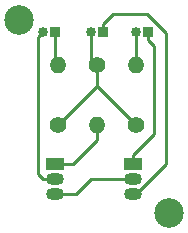
<source format=gtl>
G04 #@! TF.GenerationSoftware,KiCad,Pcbnew,(5.0.0)*
G04 #@! TF.CreationDate,2018-11-14T19:12:12+05:30*
G04 #@! TF.ProjectId,OPSUnit,4F5053556E69742E6B696361645F7063,rev?*
G04 #@! TF.SameCoordinates,Original*
G04 #@! TF.FileFunction,Copper,L1,Top,Signal*
G04 #@! TF.FilePolarity,Positive*
%FSLAX46Y46*%
G04 Gerber Fmt 4.6, Leading zero omitted, Abs format (unit mm)*
G04 Created by KiCad (PCBNEW (5.0.0)) date 11/14/18 19:12:12*
%MOMM*%
%LPD*%
G01*
G04 APERTURE LIST*
G04 #@! TA.AperFunction,ComponentPad*
%ADD10C,1.400000*%
G04 #@! TD*
G04 #@! TA.AperFunction,ComponentPad*
%ADD11O,1.400000X1.400000*%
G04 #@! TD*
G04 #@! TA.AperFunction,ComponentPad*
%ADD12R,0.850000X0.850000*%
G04 #@! TD*
G04 #@! TA.AperFunction,ComponentPad*
%ADD13O,0.850000X0.850000*%
G04 #@! TD*
G04 #@! TA.AperFunction,ComponentPad*
%ADD14O,1.500000X1.050000*%
G04 #@! TD*
G04 #@! TA.AperFunction,ComponentPad*
%ADD15R,1.500000X1.050000*%
G04 #@! TD*
G04 #@! TA.AperFunction,ViaPad*
%ADD16C,2.500000*%
G04 #@! TD*
G04 #@! TA.AperFunction,Conductor*
%ADD17C,0.250000*%
G04 #@! TD*
G04 APERTURE END LIST*
D10*
G04 #@! TO.P,R2,1*
G04 #@! TO.N,Net-(J2-Pad2)*
X150924000Y-116500000D03*
D11*
G04 #@! TO.P,R2,2*
G04 #@! TO.N,Net-(Q1-Pad1)*
X150924000Y-121580000D03*
G04 #@! TD*
D12*
G04 #@! TO.P,J1,1*
G04 #@! TO.N,Net-(J1-Pad1)*
X147368000Y-113706000D03*
D13*
G04 #@! TO.P,J1,2*
G04 #@! TO.N,Net-(J1-Pad2)*
X146368000Y-113706000D03*
G04 #@! TD*
G04 #@! TO.P,J2,2*
G04 #@! TO.N,Net-(J2-Pad2)*
X150432000Y-113706000D03*
D12*
G04 #@! TO.P,J2,1*
G04 #@! TO.N,GND*
X151432000Y-113706000D03*
G04 #@! TD*
G04 #@! TO.P,J3,1*
G04 #@! TO.N,Net-(J3-Pad1)*
X155226000Y-113706000D03*
D13*
G04 #@! TO.P,J3,2*
G04 #@! TO.N,Net-(J3-Pad2)*
X154226000Y-113706000D03*
G04 #@! TD*
D14*
G04 #@! TO.P,Q1,2*
G04 #@! TO.N,Net-(J1-Pad2)*
X147368000Y-126152000D03*
G04 #@! TO.P,Q1,3*
G04 #@! TO.N,Net-(Q1-Pad3)*
X147368000Y-127422000D03*
D15*
G04 #@! TO.P,Q1,1*
G04 #@! TO.N,Net-(Q1-Pad1)*
X147368000Y-124882000D03*
G04 #@! TD*
G04 #@! TO.P,Q2,1*
G04 #@! TO.N,Net-(J3-Pad1)*
X153972000Y-124882000D03*
D14*
G04 #@! TO.P,Q2,3*
G04 #@! TO.N,GND*
X153972000Y-127422000D03*
G04 #@! TO.P,Q2,2*
G04 #@! TO.N,Net-(Q1-Pad3)*
X153972000Y-126152000D03*
G04 #@! TD*
D10*
G04 #@! TO.P,R1,1*
G04 #@! TO.N,Net-(J2-Pad2)*
X147622000Y-121580000D03*
D11*
G04 #@! TO.P,R1,2*
G04 #@! TO.N,Net-(J1-Pad1)*
X147622000Y-116500000D03*
G04 #@! TD*
G04 #@! TO.P,R3,2*
G04 #@! TO.N,Net-(J3-Pad2)*
X154226000Y-116500000D03*
D10*
G04 #@! TO.P,R3,1*
G04 #@! TO.N,Net-(J2-Pad2)*
X154226000Y-121580000D03*
G04 #@! TD*
D16*
G04 #@! TO.N,*
X144320000Y-112690000D03*
X157000000Y-129000000D03*
G04 #@! TD*
D17*
G04 #@! TO.N,Net-(J1-Pad1)*
X147368000Y-116246000D02*
X147622000Y-116500000D01*
X147368000Y-113706000D02*
X147368000Y-116246000D01*
G04 #@! TO.N,GND*
X151432000Y-113031000D02*
X152281000Y-112182000D01*
X151432000Y-113706000D02*
X151432000Y-113031000D01*
X155137002Y-112182000D02*
X156766000Y-113810998D01*
X152281000Y-112182000D02*
X155137002Y-112182000D01*
X154197000Y-127422000D02*
X153972000Y-127422000D01*
X156766000Y-124853000D02*
X154197000Y-127422000D01*
X156766000Y-113810998D02*
X156766000Y-124853000D01*
G04 #@! TO.N,Net-(J3-Pad1)*
X154197000Y-124882000D02*
X153972000Y-124882000D01*
X155226000Y-114381000D02*
X155750000Y-114905000D01*
X155226000Y-113706000D02*
X155226000Y-114381000D01*
X155750000Y-114905000D02*
X155750000Y-122329000D01*
X153972000Y-124107000D02*
X153972000Y-124882000D01*
X155750000Y-122329000D02*
X153972000Y-124107000D01*
G04 #@! TO.N,Net-(J3-Pad2)*
X154226000Y-116500000D02*
X154226000Y-113706000D01*
G04 #@! TO.N,Net-(Q1-Pad3)*
X147368000Y-127422000D02*
X149146000Y-127422000D01*
X150416000Y-126152000D02*
X153972000Y-126152000D01*
X149146000Y-127422000D02*
X150416000Y-126152000D01*
G04 #@! TO.N,Net-(Q1-Pad1)*
X150924000Y-122850000D02*
X150924000Y-121580000D01*
X147368000Y-124882000D02*
X148892000Y-124882000D01*
X148892000Y-124882000D02*
X150924000Y-122850000D01*
G04 #@! TO.N,Net-(J1-Pad2)*
X146368000Y-126152000D02*
X147368000Y-126152000D01*
X145943001Y-125727001D02*
X146368000Y-126152000D01*
X145943001Y-114130999D02*
X145943001Y-125727001D01*
X146368000Y-113706000D02*
X145943001Y-114130999D01*
G04 #@! TO.N,Net-(J2-Pad2)*
X150686000Y-116262000D02*
X150924000Y-116500000D01*
X150924000Y-118278000D02*
X147622000Y-121580000D01*
X150924000Y-118278000D02*
X154226000Y-121580000D01*
X150924000Y-116500000D02*
X150924000Y-118278000D01*
X150432000Y-116008000D02*
X150924000Y-116500000D01*
X150432000Y-113706000D02*
X150432000Y-116008000D01*
G04 #@! TD*
M02*

</source>
